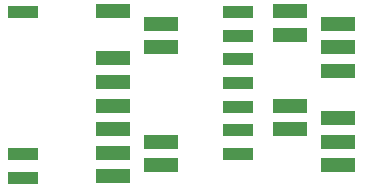
<source format=gbp>
G04 #@! TF.GenerationSoftware,KiCad,Pcbnew,6.0.0-rc1-unknown-a6325aa~66~ubuntu18.04.1*
G04 #@! TF.CreationDate,2018-09-11T11:38:00+02:00*
G04 #@! TF.ProjectId,STM32_Sensor,53544D33325F53656E736F722E6B6963,rev?*
G04 #@! TF.SameCoordinates,Original*
G04 #@! TF.FileFunction,Paste,Bot*
G04 #@! TF.FilePolarity,Positive*
%FSLAX46Y46*%
G04 Gerber Fmt 4.6, Leading zero omitted, Abs format (unit mm)*
G04 Created by KiCad (PCBNEW 6.0.0-rc1-unknown-a6325aa~66~ubuntu18.04.1) date Tue Sep 11 11:38:00 2018*
%MOMM*%
%LPD*%
G01*
G04 APERTURE LIST*
%ADD10R,2.999740X1.198880*%
%ADD11R,2.500000X1.000000*%
G04 APERTURE END LIST*
D10*
G04 #@! TO.C,U2*
X142681920Y-94580520D03*
X142681920Y-96582040D03*
X142681920Y-104577960D03*
X142681920Y-106579480D03*
X157678080Y-106579480D03*
X157678080Y-104577960D03*
X157678080Y-102578980D03*
X157678080Y-98581020D03*
X157678080Y-96582040D03*
X157678080Y-94580520D03*
G04 #@! TD*
G04 #@! TO.C,U4*
X153578080Y-103519740D03*
X153578080Y-101518220D03*
X153578080Y-95521280D03*
X153578080Y-93522300D03*
X138581920Y-93522300D03*
X138581920Y-97520260D03*
X138581920Y-99521780D03*
X138581920Y-101518220D03*
X138581920Y-103519740D03*
X138581920Y-105518720D03*
X138581920Y-107517700D03*
G04 #@! TD*
D11*
G04 #@! TO.C,U3*
X131020000Y-107620000D03*
X131020000Y-105620000D03*
X131020000Y-93620000D03*
X149220000Y-93620000D03*
X149220000Y-95620000D03*
X149220000Y-97620000D03*
X149220000Y-99620000D03*
X149220000Y-101620000D03*
X149220000Y-103620000D03*
X149220000Y-105620000D03*
G04 #@! TD*
M02*

</source>
